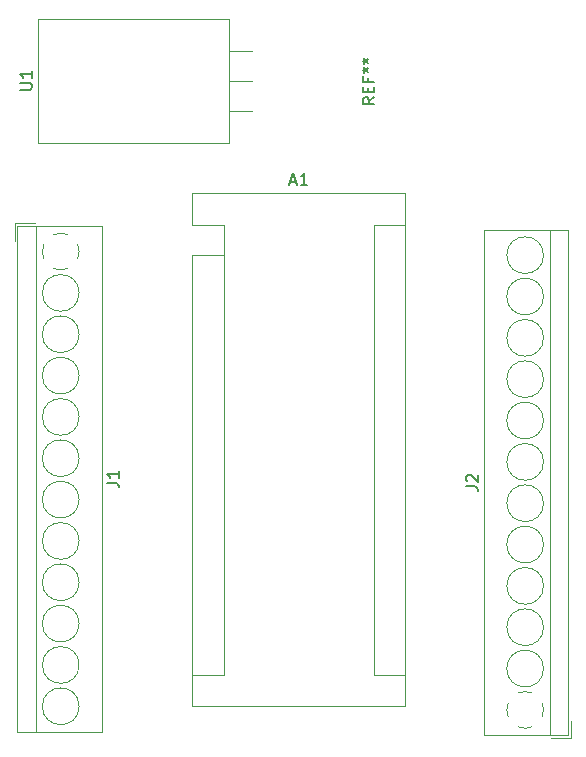
<source format=gbr>
%TF.GenerationSoftware,KiCad,Pcbnew,(6.0.7)*%
%TF.CreationDate,2022-11-28T13:46:24-06:00*%
%TF.ProjectId,Science,53636965-6e63-4652-9e6b-696361645f70,rev?*%
%TF.SameCoordinates,Original*%
%TF.FileFunction,Legend,Top*%
%TF.FilePolarity,Positive*%
%FSLAX46Y46*%
G04 Gerber Fmt 4.6, Leading zero omitted, Abs format (unit mm)*
G04 Created by KiCad (PCBNEW (6.0.7)) date 2022-11-28 13:46:24*
%MOMM*%
%LPD*%
G01*
G04 APERTURE LIST*
%ADD10C,0.150000*%
%ADD11C,0.120000*%
G04 APERTURE END LIST*
D10*
%TO.C,U1*%
X108162780Y-66047504D02*
X108972304Y-66047504D01*
X109067542Y-65999885D01*
X109115161Y-65952266D01*
X109162780Y-65857028D01*
X109162780Y-65666552D01*
X109115161Y-65571314D01*
X109067542Y-65523695D01*
X108972304Y-65476076D01*
X108162780Y-65476076D01*
X109162780Y-64476076D02*
X109162780Y-65047504D01*
X109162780Y-64761790D02*
X108162780Y-64761790D01*
X108305638Y-64857028D01*
X108400876Y-64952266D01*
X108448495Y-65047504D01*
%TO.C,J1*%
X115519980Y-99340933D02*
X116234266Y-99340933D01*
X116377123Y-99388552D01*
X116472361Y-99483790D01*
X116519980Y-99626647D01*
X116519980Y-99721885D01*
X116519980Y-98340933D02*
X116519980Y-98912361D01*
X116519980Y-98626647D02*
X115519980Y-98626647D01*
X115662838Y-98721885D01*
X115758076Y-98817123D01*
X115805695Y-98912361D01*
%TO.C,A1*%
X131060914Y-73826666D02*
X131537104Y-73826666D01*
X130965676Y-74112380D02*
X131299009Y-73112380D01*
X131632342Y-74112380D01*
X132489485Y-74112380D02*
X131918057Y-74112380D01*
X132203771Y-74112380D02*
X132203771Y-73112380D01*
X132108533Y-73255238D01*
X132013295Y-73350476D01*
X131918057Y-73398095D01*
%TO.C,J2*%
X145920780Y-99647333D02*
X146635066Y-99647333D01*
X146777923Y-99694952D01*
X146873161Y-99790190D01*
X146920780Y-99933047D01*
X146920780Y-100028285D01*
X146016019Y-99218761D02*
X145968400Y-99171142D01*
X145920780Y-99075904D01*
X145920780Y-98837809D01*
X145968400Y-98742571D01*
X146016019Y-98694952D01*
X146111257Y-98647333D01*
X146206495Y-98647333D01*
X146349352Y-98694952D01*
X146920780Y-99266380D01*
X146920780Y-98647333D01*
%TO.C,REF\u002A\u002A*%
X138164380Y-66710133D02*
X137688190Y-67043466D01*
X138164380Y-67281561D02*
X137164380Y-67281561D01*
X137164380Y-66900609D01*
X137212000Y-66805371D01*
X137259619Y-66757752D01*
X137354857Y-66710133D01*
X137497714Y-66710133D01*
X137592952Y-66757752D01*
X137640571Y-66805371D01*
X137688190Y-66900609D01*
X137688190Y-67281561D01*
X137640571Y-66281561D02*
X137640571Y-65948228D01*
X138164380Y-65805371D02*
X138164380Y-66281561D01*
X137164380Y-66281561D01*
X137164380Y-65805371D01*
X137640571Y-65043466D02*
X137640571Y-65376800D01*
X138164380Y-65376800D02*
X137164380Y-65376800D01*
X137164380Y-64900609D01*
X137164380Y-64376800D02*
X137402476Y-64376800D01*
X137307238Y-64614895D02*
X137402476Y-64376800D01*
X137307238Y-64138704D01*
X137592952Y-64519657D02*
X137402476Y-64376800D01*
X137592952Y-64233942D01*
X137164380Y-63614895D02*
X137402476Y-63614895D01*
X137307238Y-63852990D02*
X137402476Y-63614895D01*
X137307238Y-63376800D01*
X137592952Y-63757752D02*
X137402476Y-63614895D01*
X137592952Y-63472038D01*
D11*
%TO.C,U1*%
X109710400Y-60035600D02*
X125820400Y-60035600D01*
X109710400Y-70535600D02*
X125820400Y-70535600D01*
X125820400Y-65285600D02*
X127780400Y-65285600D01*
X125820400Y-62745600D02*
X127780400Y-62745600D01*
X125820400Y-70535600D02*
X125820400Y-60035600D01*
X125820400Y-67825600D02*
X127780400Y-67825600D01*
X109710400Y-70535600D02*
X109710400Y-60035600D01*
%TO.C,J1*%
X115067600Y-120417600D02*
X107947600Y-120417600D01*
X115067600Y-77597600D02*
X107947600Y-77597600D01*
X115067600Y-77597600D02*
X115067600Y-120417600D01*
X109447600Y-77357600D02*
X107707600Y-77357600D01*
X107707600Y-77357600D02*
X107707600Y-78857600D01*
X107947600Y-77597600D02*
X107947600Y-120417600D01*
X109507600Y-77597600D02*
X109507600Y-120417600D01*
X110052600Y-79757600D02*
G75*
G03*
X110176215Y-80365187I1555000J0D01*
G01*
X110999600Y-81189600D02*
G75*
G03*
X112215342Y-81189709I607999J1432003D01*
G01*
X112215600Y-78325600D02*
G75*
G03*
X110999858Y-78325491I-608000J-1432000D01*
G01*
X113039600Y-80365600D02*
G75*
G03*
X113039709Y-79149858I-1432000J608000D01*
G01*
X110175600Y-79149600D02*
G75*
G03*
X110052107Y-79784611I1431988J-607998D01*
G01*
X113162600Y-97257600D02*
G75*
G03*
X113162600Y-97257600I-1555000J0D01*
G01*
X113162600Y-83257600D02*
G75*
G03*
X113162600Y-83257600I-1555000J0D01*
G01*
X113162600Y-100757600D02*
G75*
G03*
X113162600Y-100757600I-1555000J0D01*
G01*
X113162600Y-93757600D02*
G75*
G03*
X113162600Y-93757600I-1555000J0D01*
G01*
X113162600Y-90257600D02*
G75*
G03*
X113162600Y-90257600I-1555000J0D01*
G01*
X113162600Y-118257600D02*
G75*
G03*
X113162600Y-118257600I-1555000J0D01*
G01*
X113162600Y-104257600D02*
G75*
G03*
X113162600Y-104257600I-1555000J0D01*
G01*
X113162600Y-86757600D02*
G75*
G03*
X113162600Y-86757600I-1555000J0D01*
G01*
X113162600Y-114757600D02*
G75*
G03*
X113162600Y-114757600I-1555000J0D01*
G01*
X113162600Y-107757600D02*
G75*
G03*
X113162600Y-107757600I-1555000J0D01*
G01*
X113162600Y-111257600D02*
G75*
G03*
X113162600Y-111257600I-1555000J0D01*
G01*
%TO.C,A1*%
X122755200Y-74800000D02*
X122755200Y-77470000D01*
X122755200Y-80010000D02*
X122755200Y-118240000D01*
X138125200Y-77470000D02*
X140795200Y-77470000D01*
X140795200Y-74800000D02*
X122755200Y-74800000D01*
X140795200Y-118240000D02*
X140795200Y-74800000D01*
X138125200Y-115570000D02*
X140795200Y-115570000D01*
X125425200Y-80010000D02*
X125425200Y-115570000D01*
X125425200Y-77470000D02*
X122755200Y-77470000D01*
X122755200Y-118240000D02*
X140795200Y-118240000D01*
X125425200Y-80010000D02*
X122755200Y-80010000D01*
X125425200Y-115570000D02*
X122755200Y-115570000D01*
X125425200Y-80010000D02*
X125425200Y-77470000D01*
X138125200Y-77470000D02*
X138125200Y-115570000D01*
%TO.C,J2*%
X147468400Y-120724000D02*
X154588400Y-120724000D01*
X147468400Y-120724000D02*
X147468400Y-77904000D01*
X154588400Y-120724000D02*
X154588400Y-77904000D01*
X153088400Y-120964000D02*
X154828400Y-120964000D01*
X153028400Y-120724000D02*
X153028400Y-77904000D01*
X147468400Y-77904000D02*
X154588400Y-77904000D01*
X154828400Y-120964000D02*
X154828400Y-119464000D01*
X151536400Y-117132000D02*
G75*
G03*
X150320658Y-117131891I-607999J-1432003D01*
G01*
X149496400Y-117956000D02*
G75*
G03*
X149496291Y-119171742I1432000J-608000D01*
G01*
X150320400Y-119996000D02*
G75*
G03*
X151536142Y-119996109I608000J1432000D01*
G01*
X152483400Y-118564000D02*
G75*
G03*
X152359785Y-117956413I-1555000J0D01*
G01*
X152360400Y-119172000D02*
G75*
G03*
X152483893Y-118536989I-1431988J607998D01*
G01*
X152483400Y-101064000D02*
G75*
G03*
X152483400Y-101064000I-1555000J0D01*
G01*
X152483400Y-83564000D02*
G75*
G03*
X152483400Y-83564000I-1555000J0D01*
G01*
X152483400Y-94064000D02*
G75*
G03*
X152483400Y-94064000I-1555000J0D01*
G01*
X152483400Y-111564000D02*
G75*
G03*
X152483400Y-111564000I-1555000J0D01*
G01*
X152483400Y-104564000D02*
G75*
G03*
X152483400Y-104564000I-1555000J0D01*
G01*
X152483400Y-97564000D02*
G75*
G03*
X152483400Y-97564000I-1555000J0D01*
G01*
X152483400Y-90564000D02*
G75*
G03*
X152483400Y-90564000I-1555000J0D01*
G01*
X152483400Y-80064000D02*
G75*
G03*
X152483400Y-80064000I-1555000J0D01*
G01*
X152483400Y-108064000D02*
G75*
G03*
X152483400Y-108064000I-1555000J0D01*
G01*
X152483400Y-87064000D02*
G75*
G03*
X152483400Y-87064000I-1555000J0D01*
G01*
X152483400Y-115064000D02*
G75*
G03*
X152483400Y-115064000I-1555000J0D01*
G01*
%TD*%
M02*

</source>
